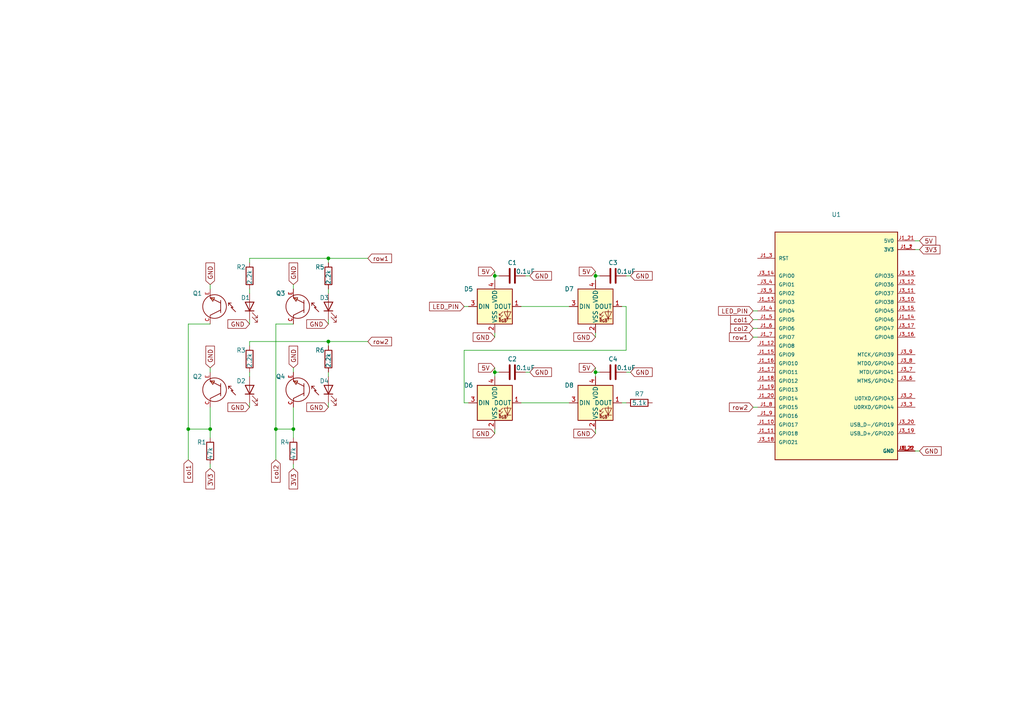
<source format=kicad_sch>
(kicad_sch (version 20211123) (generator eeschema)
  (paper "A4")
  (lib_symbols
    (symbol "Device:C" (pin_numbers hide) (pin_names (offset 0.254))
      (property "Reference" "C" (at 0.635 2.54 0))
      (property "Value" "C" (at 0.635 -2.54 0))
      (symbol "C_0_1"
        (polyline (pts (xy -2.032 -0.762) (xy 2.032 -0.762)) (stroke (width 0.508)))
        (polyline (pts (xy -2.032 0.762) (xy 2.032 0.762)) (stroke (width 0.508)))
      )
      (symbol "C_1_1"
        (pin passive line (at 0 3.81 270) (length 2.794) (name "~") (number "1"))
        (pin passive line (at 0 -3.81 90) (length 2.794) (name "~") (number "2"))
      )
    )
    (symbol "Device:R" (pin_numbers hide) (pin_names (offset 0))
      (property "Reference" "R" (at 2.032 0 90))
      (property "Value" "R" (at 0 0 90))
      (symbol "R_0_1"
        (rectangle (start -1.016 -2.54) (end 1.016 2.54) (stroke (width 0.254)))
      )
      (symbol "R_1_1"
        (pin passive line (at 0 3.81 270) (length 1.27) (name "~") (number "1"))
        (pin passive line (at 0 -3.81 90) (length 1.27) (name "~") (number "2"))
      )
    )
    (symbol "ESP32-S3-DEVKITC-1-N8R2:ESP32-S3-DEVKITC-1-N8R2" (pin_names (offset 1.016))
      (property "Reference" "U" (at -17.78 35.56 0))
      (property "Value" "ESP32-S3-DEVKITC-1-N8R2" (at -17.78 -35.56 0))
      (symbol "ESP32-S3-DEVKITC-1-N8R2_0_0"
        (rectangle (start -17.78 -33.02) (end 17.78 33.02) (stroke (width 0.254)) (fill (type background)))
        (pin power_in line (at 22.86 27.94 180) (length 5.08) (name "3V3") (number "J1_1"))
        (pin bidirectional line (at -22.86 -22.86 0) (length 5.08) (name "GPIO17") (number "J1_10"))
        (pin bidirectional line (at -22.86 -25.4 0) (length 5.08) (name "GPIO18") (number "J1_11"))
        (pin bidirectional line (at -22.86 0 0) (length 5.08) (name "GPIO8") (number "J1_12"))
        (pin bidirectional line (at -22.86 12.7 0) (length 5.08) (name "GPIO3") (number "J1_13"))
        (pin bidirectional line (at 22.86 7.62 180) (length 5.08) (name "GPIO46") (number "J1_14"))
        (pin bidirectional line (at -22.86 -2.54 0) (length 5.08) (name "GPIO9") (number "J1_15"))
        (pin bidirectional line (at -22.86 -5.08 0) (length 5.08) (name "GPIO10") (number "J1_16"))
        (pin bidirectional line (at -22.86 -7.62 0) (length 5.08) (name "GPIO11") (number "J1_17"))
        (pin bidirectional line (at -22.86 -10.16 0) (length 5.08) (name "GPIO12") (number "J1_18"))
        (pin bidirectional line (at -22.86 -12.7 0) (length 5.08) (name "GPIO13") (number "J1_19"))
        (pin power_in line (at 22.86 27.94 180) (length 5.08) (name "3V3") (number "J1_2"))
        (pin bidirectional line (at -22.86 -15.24 0) (length 5.08) (name "GPIO14") (number "J1_20"))
        (pin power_in line (at 22.86 30.48 180) (length 5.08) (name "5V0") (number "J1_21"))
        (pin power_in line (at 22.86 -30.48 180) (length 5.08) (name "GND") (number "J1_22"))
        (pin input line (at -22.86 25.4 0) (length 5.08) (name "RST") (number "J1_3"))
        (pin bidirectional line (at -22.86 10.16 0) (length 5.08) (name "GPIO4") (number "J1_4"))
        (pin bidirectional line (at -22.86 7.62 0) (length 5.08) (name "GPIO5") (number "J1_5"))
        (pin bidirectional line (at -22.86 5.08 0) (length 5.08) (name "GPIO6") (number "J1_6"))
        (pin bidirectional line (at -22.86 2.54 0) (length 5.08) (name "GPIO7") (number "J1_7"))
        (pin bidirectional line (at -22.86 -17.78 0) (length 5.08) (name "GPIO15") (number "J1_8"))
        (pin bidirectional line (at -22.86 -20.32 0) (length 5.08) (name "GPIO16") (number "J1_9"))
        (pin power_in line (at 22.86 -30.48 180) (length 5.08) (name "GND") (number "J3_1"))
        (pin bidirectional line (at 22.86 12.7 180) (length 5.08) (name "GPIO38") (number "J3_10"))
        (pin bidirectional line (at 22.86 15.24 180) (length 5.08) (name "GPIO37") (number "J3_11"))
        (pin bidirectional line (at 22.86 17.78 180) (length 5.08) (name "GPIO36") (number "J3_12"))
        (pin bidirectional line (at 22.86 20.32 180) (length 5.08) (name "GPIO35") (number "J3_13"))
        (pin bidirectional line (at -22.86 20.32 0) (length 5.08) (name "GPIO0") (number "J3_14"))
        (pin bidirectional line (at 22.86 10.16 180) (length 5.08) (name "GPIO45") (number "J3_15"))
        (pin bidirectional line (at 22.86 2.54 180) (length 5.08) (name "GPIO48") (number "J3_16"))
        (pin bidirectional line (at 22.86 5.08 180) (length 5.08) (name "GPIO47") (number "J3_17"))
        (pin bidirectional line (at -22.86 -27.94 0) (length 5.08) (name "GPIO21") (number "J3_18"))
        (pin bidirectional line (at 22.86 -25.4 180) (length 5.08) (name "USB_D+/GPIO20") (number "J3_19"))
        (pin bidirectional line (at 22.86 -15.24 180) (length 5.08) (name "U0TXD/GPIO43") (number "J3_2"))
        (pin bidirectional line (at 22.86 -22.86 180) (length 5.08) (name "USB_D-/GPIO19") (number "J3_20"))
        (pin power_in line (at 22.86 -30.48 180) (length 5.08) (name "GND") (number "J3_21"))
        (pin power_in line (at 22.86 -30.48 180) (length 5.08) (name "GND") (number "J3_22"))
        (pin bidirectional line (at 22.86 -17.78 180) (length 5.08) (name "U0RXD/GPIO44") (number "J3_3"))
        (pin bidirectional line (at -22.86 17.78 0) (length 5.08) (name "GPIO1") (number "J3_4"))
        (pin bidirectional line (at -22.86 15.24 0) (length 5.08) (name "GPIO2") (number "J3_5"))
        (pin bidirectional line (at 22.86 -10.16 180) (length 5.08) (name "MTMS/GPIO42") (number "J3_6"))
        (pin bidirectional line (at 22.86 -7.62 180) (length 5.08) (name "MTDI/GPIO41") (number "J3_7"))
        (pin bidirectional line (at 22.86 -5.08 180) (length 5.08) (name "MTDO/GPIO40") (number "J3_8"))
        (pin bidirectional line (at 22.86 -2.54 180) (length 5.08) (name "MTCK/GPIO39") (number "J3_9"))
      )
    )
    (symbol "LED:SK6805" (pin_names (offset 0.254))
      (property "Reference" "D" (at 5.08 5.715 0))
      (property "Value" "SK6805" (at 1.27 -5.715 0))
      (symbol "SK6805_0_0"
        (text "RGB" (at 2.286 -4.191 0) (effects (font (size 0.762 0.762))))
      )
      (symbol "SK6805_0_1"
        (polyline (pts (xy 1.27 -3.556) (xy 1.778 -3.556)))
        (polyline (pts (xy 1.27 -2.54) (xy 1.778 -2.54)))
        (polyline (pts (xy 4.699 -3.556) (xy 2.667 -3.556)))
        (polyline (pts (xy 2.286 -2.54) (xy 1.27 -3.556) (xy 1.27 -3.048)))
        (polyline (pts (xy 2.286 -1.524) (xy 1.27 -2.54) (xy 1.27 -2.032)))
        (polyline (pts (xy 3.683 -1.016) (xy 3.683 -3.556) (xy 3.683 -4.064)))
        (polyline (pts (xy 4.699 -1.524) (xy 2.667 -1.524) (xy 3.683 -3.556) (xy 4.699 -1.524)))
        (rectangle (start 5.08 5.08) (end -5.08 -5.08) (stroke (width 0.254)) (fill (type background)))
      )
      (symbol "SK6805_1_1"
        (pin output line (at 7.62 0 180) (length 2.54) (name "DOUT") (number "1"))
        (pin power_in line (at 0 -7.62 90) (length 2.54) (name "VSS") (number "2"))
        (pin input line (at -7.62 0 0) (length 2.54) (name "DIN") (number "3"))
        (pin power_in line (at 0 7.62 270) (length 2.54) (name "VDD") (number "4"))
      )
    )
    (symbol "PT12-21C_TR8:IR12-21C" (pin_numbers hide) (pin_names (offset 1.016) hide)
      (property "Reference" "D" (at 0 2.54 0))
      (property "Value" "IR12-21C" (at 0 -2.54 0))
      (symbol "IR12-21C_0_1"
        (polyline (pts (xy -1.27 -1.27) (xy -1.27 1.27)) (stroke (width 0.254)))
        (polyline (pts (xy -1.27 0) (xy 1.27 0)))
        (polyline (pts (xy 1.27 -1.27) (xy 1.27 1.27) (xy -1.27 0) (xy 1.27 -1.27)) (stroke (width 0.254)))
        (polyline (pts (xy -3.048 -0.762) (xy -4.572 -2.286) (xy -3.81 -2.286) (xy -4.572 -2.286) (xy -4.572 -1.524)))
        (polyline (pts (xy -1.778 -0.762) (xy -3.302 -2.286) (xy -2.54 -2.286) (xy -3.302 -2.286) (xy -3.302 -1.524)))
      )
      (symbol "IR12-21C_1_1"
        (pin passive line (at 3.81 0 180) (length 2.54) (name "A") (number "A"))
        (pin passive line (at -3.81 0 0) (length 2.54) (name "K") (number "K"))
      )
    )
    (symbol "PT12-21C_TR8:PT12-21C{slash}TR8" (pin_names (offset 1.016) hide)
      (property "Reference" "Q" (at -10.16 5.08 0))
      (property "Value" "PT12-21C{slash}TR8" (at -10.16 -7.62 0))
      (symbol "PT12-21C{slash}TR8_0_0"
        (polyline (pts (xy -4.826 1.524) (xy -3.556 0.254)) (stroke (width 0.2032)))
        (polyline (pts (xy -4.064 0.254) (xy -2.794 -1.016)) (stroke (width 0.2032)))
        (polyline (pts (xy -3.556 0.254) (xy -4.064 0.254)) (stroke (width 0.2032)))
        (polyline (pts (xy -2.794 -1.016) (xy -3.556 -1.016)) (stroke (width 0.2032)))
        (polyline (pts (xy -2.794 -1.016) (xy -2.794 -0.254)) (stroke (width 0.2032)))
        (polyline (pts (xy -0.508 -1.016) (xy -0.508 -1.778)) (stroke (width 0.2032)))
        (polyline (pts (xy -0.508 1.016) (xy -0.508 -1.016)) (stroke (width 0.2032)))
        (polyline (pts (xy -0.508 1.016) (xy -0.508 1.778)) (stroke (width 0.2032)))
        (polyline (pts (xy 2.54 -2.54) (xy -0.508 -1.016)) (stroke (width 0.2032)))
        (polyline (pts (xy 2.54 2.54) (xy -0.508 1.016)) (stroke (width 0.2032)))
        (polyline (pts (xy 1.778 -1.524) (xy 1.27 -2.54) (xy 2.54 -2.54) (xy 1.778 -1.524)) (stroke (width 0.2032)) (fill (type background)))
        (circle (center 1.27 0) (radius 3.429) (stroke (width 0.2032)))
        (pin passive line (at 2.54 5.08 270) (length 2.54) (name "~") (number "C"))
        (pin passive line (at 2.54 -5.08 90) (length 2.54) (name "~") (number "E"))
      )
    )
  )
  (junction (at 143.51 107.95))
  (junction (at 95.25 74.93))
  (junction (at 172.72 107.95))
  (junction (at 143.51 80.01))
  (junction (at 95.25 99.06))
  (junction (at 60.96 124.46))
  (junction (at 172.72 80.01))
  (junction (at 54.61 124.46))
  (junction (at 80.01 124.46))
  (junction (at 85.09 124.46))
  (wire (pts (xy 54.61 93.98) (xy 54.61 124.46)))
  (wire (pts (xy 172.72 78.74) (xy 172.72 80.01)))
  (wire (pts (xy 265.43 72.39) (xy 266.7 72.39)))
  (wire (pts (xy 181.61 101.6) (xy 134.62 101.6)))
  (wire (pts (xy 143.51 78.74) (xy 143.51 80.01)))
  (wire (pts (xy 72.39 107.95) (xy 72.39 109.22)))
  (wire (pts (xy 143.51 124.46) (xy 143.51 125.73)))
  (wire (pts (xy 134.62 88.9) (xy 135.89 88.9)))
  (wire (pts (xy 172.72 80.01) (xy 172.72 81.28)))
  (wire (pts (xy 72.39 83.82) (xy 72.39 85.09)))
  (wire (pts (xy 60.96 134.62) (xy 60.96 135.89)))
  (wire (pts (xy 85.09 118.11) (xy 85.09 124.46)))
  (wire (pts (xy 60.96 124.46) (xy 60.96 127)))
  (wire (pts (xy 172.72 124.46) (xy 172.72 125.73)))
  (wire (pts (xy 72.39 116.84) (xy 72.39 118.11)))
  (wire (pts (xy 143.51 107.95) (xy 144.78 107.95)))
  (wire (pts (xy 143.51 106.68) (xy 143.51 107.95)))
  (wire (pts (xy 72.39 92.71) (xy 72.39 93.98)))
  (wire (pts (xy 152.4 107.95) (xy 153.67 107.95)))
  (wire (pts (xy 60.96 93.98) (xy 54.61 93.98)))
  (wire (pts (xy 218.44 95.25) (xy 219.71 95.25)))
  (wire (pts (xy 151.13 116.84) (xy 165.1 116.84)))
  (wire (pts (xy 85.09 82.55) (xy 85.09 83.82)))
  (wire (pts (xy 80.01 124.46) (xy 85.09 124.46)))
  (wire (pts (xy 60.96 82.55) (xy 60.96 83.82)))
  (wire (pts (xy 181.61 80.01) (xy 182.88 80.01)))
  (wire (pts (xy 180.34 88.9) (xy 181.61 88.9)))
  (wire (pts (xy 218.44 92.71) (xy 219.71 92.71)))
  (wire (pts (xy 85.09 124.46) (xy 85.09 127)))
  (wire (pts (xy 54.61 124.46) (xy 60.96 124.46)))
  (wire (pts (xy 152.4 80.01) (xy 153.67 80.01)))
  (wire (pts (xy 72.39 74.93) (xy 72.39 76.2)))
  (wire (pts (xy 80.01 93.98) (xy 80.01 124.46)))
  (wire (pts (xy 95.25 107.95) (xy 95.25 109.22)))
  (wire (pts (xy 134.62 101.6) (xy 134.62 116.84)))
  (wire (pts (xy 172.72 106.68) (xy 172.72 107.95)))
  (wire (pts (xy 218.44 90.17) (xy 219.71 90.17)))
  (wire (pts (xy 106.68 74.93) (xy 95.25 74.93)))
  (wire (pts (xy 151.13 88.9) (xy 165.1 88.9)))
  (wire (pts (xy 134.62 116.84) (xy 135.89 116.84)))
  (wire (pts (xy 80.01 133.35) (xy 80.01 124.46)))
  (wire (pts (xy 54.61 133.35) (xy 54.61 124.46)))
  (wire (pts (xy 85.09 106.68) (xy 85.09 107.95)))
  (wire (pts (xy 95.25 83.82) (xy 95.25 85.09)))
  (wire (pts (xy 172.72 96.52) (xy 172.72 97.79)))
  (wire (pts (xy 95.25 99.06) (xy 72.39 99.06)))
  (wire (pts (xy 172.72 80.01) (xy 173.99 80.01)))
  (wire (pts (xy 143.51 107.95) (xy 143.51 109.22)))
  (wire (pts (xy 60.96 106.68) (xy 60.96 107.95)))
  (wire (pts (xy 72.39 99.06) (xy 72.39 100.33)))
  (wire (pts (xy 172.72 107.95) (xy 172.72 109.22)))
  (wire (pts (xy 60.96 118.11) (xy 60.96 124.46)))
  (wire (pts (xy 95.25 92.71) (xy 95.25 93.98)))
  (wire (pts (xy 143.51 96.52) (xy 143.51 97.79)))
  (wire (pts (xy 85.09 134.62) (xy 85.09 135.89)))
  (wire (pts (xy 95.25 116.84) (xy 95.25 118.11)))
  (wire (pts (xy 181.61 107.95) (xy 182.88 107.95)))
  (wire (pts (xy 172.72 107.95) (xy 173.99 107.95)))
  (wire (pts (xy 106.68 99.06) (xy 95.25 99.06)))
  (wire (pts (xy 218.44 118.11) (xy 219.71 118.11)))
  (wire (pts (xy 95.25 99.06) (xy 95.25 100.33)))
  (wire (pts (xy 180.34 116.84) (xy 181.61 116.84)))
  (wire (pts (xy 265.43 69.85) (xy 266.7 69.85)))
  (wire (pts (xy 95.25 74.93) (xy 72.39 74.93)))
  (wire (pts (xy 265.43 130.81) (xy 266.7 130.81)))
  (wire (pts (xy 95.25 74.93) (xy 95.25 76.2)))
  (wire (pts (xy 85.09 93.98) (xy 80.01 93.98)))
  (wire (pts (xy 218.44 97.79) (xy 219.71 97.79)))
  (wire (pts (xy 143.51 80.01) (xy 144.78 80.01)))
  (wire (pts (xy 143.51 80.01) (xy 143.51 81.28)))
  (wire (pts (xy 181.61 88.9) (xy 181.61 101.6)))
  (global_label "LED_PIN" (shape input) (at 134.62 88.9 180) (property "Intersheet References" "${INTERSHEET_REFS}" (effects hide)))
  (global_label "GND" (shape input) (at 85.09 106.68 90) (property "Intersheet References" "${INTERSHEET_REFS}" (effects hide)))
  (global_label "5V" (shape input) (at 172.72 78.74 180) (property "Intersheet References" "${INTERSHEET_REFS}" (effects hide)))
  (global_label "GND" (shape input) (at 172.72 97.79 180) (property "Intersheet References" "${INTERSHEET_REFS}" (effects hide)))
  (global_label "GND" (shape input) (at 172.72 125.73 180) (property "Intersheet References" "${INTERSHEET_REFS}" (effects hide)))
  (global_label "GND" (shape input) (at 60.96 82.55 90) (property "Intersheet References" "${INTERSHEET_REFS}" (effects hide)))
  (global_label "GND" (shape input) (at 95.25 93.98 180) (property "Intersheet References" "${INTERSHEET_REFS}" (effects hide)))
  (global_label "GND" (shape input) (at 182.88 80.01 0) (property "Intersheet References" "${INTERSHEET_REFS}" (effects hide)))
  (global_label "GND" (shape input) (at 182.88 107.95 0) (property "Intersheet References" "${INTERSHEET_REFS}" (effects hide)))
  (global_label "row2" (shape input) (at 106.68 99.06 0) (property "Intersheet References" "${INTERSHEET_REFS}" (effects hide)))
  (global_label "GND" (shape input) (at 143.51 125.73 180) (property "Intersheet References" "${INTERSHEET_REFS}" (effects hide)))
  (global_label "row2" (shape input) (at 218.44 118.11 180) (property "Intersheet References" "${INTERSHEET_REFS}" (effects hide)))
  (global_label "GND" (shape input) (at 95.25 118.11 180) (property "Intersheet References" "${INTERSHEET_REFS}" (effects hide)))
  (global_label "GND" (shape input) (at 60.96 106.68 90) (property "Intersheet References" "${INTERSHEET_REFS}" (effects hide)))
  (global_label "row1" (shape input) (at 218.44 97.79 180) (property "Intersheet References" "${INTERSHEET_REFS}" (effects hide)))
  (global_label "col1" (shape input) (at 218.44 92.71 180) (property "Intersheet References" "${INTERSHEET_REFS}" (effects hide)))
  (global_label "5V" (shape input) (at 266.7 69.85 0) (property "Intersheet References" "${INTERSHEET_REFS}" (effects hide)))
  (global_label "GND" (shape input) (at 72.39 93.98 180) (property "Intersheet References" "${INTERSHEET_REFS}" (effects hide)))
  (global_label "col2" (shape input) (at 80.01 133.35 270) (property "Intersheet References" "${INTERSHEET_REFS}" (effects hide)))
  (global_label "GND" (shape input) (at 85.09 82.55 90) (property "Intersheet References" "${INTERSHEET_REFS}" (effects hide)))
  (global_label "LED_PIN" (shape input) (at 218.44 90.17 180) (property "Intersheet References" "${INTERSHEET_REFS}" (effects hide)))
  (global_label "5V" (shape input) (at 143.51 78.74 180) (property "Intersheet References" "${INTERSHEET_REFS}" (effects hide)))
  (global_label "GND" (shape input) (at 153.67 107.95 0) (property "Intersheet References" "${INTERSHEET_REFS}" (effects hide)))
  (global_label "row1" (shape input) (at 106.68 74.93 0) (property "Intersheet References" "${INTERSHEET_REFS}" (effects hide)))
  (global_label "5V" (shape input) (at 143.51 106.68 180) (property "Intersheet References" "${INTERSHEET_REFS}" (effects hide)))
  (global_label "GND" (shape input) (at 266.7 130.81 0) (property "Intersheet References" "${INTERSHEET_REFS}" (effects hide)))
  (global_label "GND" (shape input) (at 143.51 97.79 180) (property "Intersheet References" "${INTERSHEET_REFS}" (effects hide)))
  (global_label "GND" (shape input) (at 153.67 80.01 0) (property "Intersheet References" "${INTERSHEET_REFS}" (effects hide)))
  (global_label "3V3" (shape input) (at 85.09 135.89 270) (property "Intersheet References" "${INTERSHEET_REFS}" (effects hide)))
  (global_label "3V3" (shape input) (at 266.7 72.39 0) (property "Intersheet References" "${INTERSHEET_REFS}" (effects hide)))
  (global_label "5V" (shape input) (at 172.72 106.68 180) (property "Intersheet References" "${INTERSHEET_REFS}" (effects hide)))
  (global_label "col2" (shape input) (at 218.44 95.25 180) (property "Intersheet References" "${INTERSHEET_REFS}" (effects hide)))
  (global_label "col1" (shape input) (at 54.61 133.35 270) (property "Intersheet References" "${INTERSHEET_REFS}" (effects hide)))
  (global_label "3V3" (shape input) (at 60.96 135.89 270) (property "Intersheet References" "${INTERSHEET_REFS}" (effects hide)))
  (global_label "GND" (shape input) (at 72.39 118.11 180) (property "Intersheet References" "${INTERSHEET_REFS}" (effects hide)))
  (symbol (lib_id "LED:SK6805") (at 172.72 116.84 0) (unit 1)
    (property "Reference" "D8" (at 165.1 111.76 0))
    (property "Value" "SK6805" (effects hide))
    (property "Footprint" "LED_SMD:LED_SK6805_PLCC4_2.4x2.7mm_P1.3mm" (effects hide))
    (property "Datasheet" "https://cdn-shop.adafruit.com/product-files/3484/3484_Datasheet.pdf" (effects hide))
  )
  (symbol (lib_id "LED:SK6805") (at 143.51 116.84 0) (unit 1)
    (property "Reference" "D6" (at 135.89 111.76 0))
    (property "Value" "SK6805" (effects hide))
    (property "Footprint" "LED_SMD:LED_SK6805_PLCC4_2.4x2.7mm_P1.3mm" (effects hide))
    (property "Datasheet" "https://cdn-shop.adafruit.com/product-files/3484/3484_Datasheet.pdf" (effects hide))
  )
  (symbol (lib_id "PT12-21C_TR8:PT12-21C{slash}TR8") (at 63.5 113.03 180) (unit 1)
    (property "Reference" "Q2" (at 55.88 109.22 0) (effects (justify right)))
    (property "Value" "PT12-21C/TR8" (effects hide))
    (property "Footprint" "kicad-parts:TRANS_PT12-21C_TR8" (effects hide))
    (property "STANDARD" "Manufacturer Recommendations" (effects hide))
    (property "PARTREV" "4" (effects hide))
    (property "MF" "Everlight Electronics" (effects hide))
  )
  (symbol (lib_id "LED:SK6805") (at 143.51 88.9 0) (unit 1)
    (property "Reference" "D5" (at 135.89 83.82 0))
    (property "Value" "SK6805" (effects hide))
    (property "Footprint" "LED_SMD:LED_SK6805_PLCC4_2.4x2.7mm_P1.3mm" (effects hide))
    (property "Datasheet" "https://cdn-shop.adafruit.com/product-files/3484/3484_Datasheet.pdf" (effects hide))
  )
  (symbol (lib_id "Device:C") (at 148.59 80.01 90) (unit 1)
    (property "Reference" "C1" (at 148.59 76.2 90))
    (property "Value" "0.1uF" (at 152.4 78.74 90))
    (property "Footprint" "Capacitor_SMD:C_0603_1608Metric" (effects hide))
  )
  (symbol (lib_id "Device:R") (at 95.25 104.14 0) (unit 1)
    (property "Reference" "R6" (at 91.44 101.6 0) (effects (justify left)))
    (property "Value" "2.2k" (at 95.25 106.68 90) (effects (justify left)))
    (property "Footprint" "Resistor_SMD:R_0603_1608Metric" (effects hide))
  )
  (symbol (lib_id "LED:SK6805") (at 172.72 88.9 0) (unit 1)
    (property "Reference" "D7" (at 165.1 83.82 0))
    (property "Value" "SK6805" (effects hide))
    (property "Footprint" "LED_SMD:LED_SK6805_PLCC4_2.4x2.7mm_P1.3mm" (effects hide))
    (property "Datasheet" "https://cdn-shop.adafruit.com/product-files/3484/3484_Datasheet.pdf" (effects hide))
  )
  (symbol (lib_id "Device:R") (at 85.09 130.81 0) (unit 1)
    (property "Reference" "R4" (at 81.28 128.27 0) (effects (justify left)))
    (property "Value" "47k" (at 85.09 133.35 90) (effects (justify left)))
    (property "Footprint" "Resistor_SMD:R_0603_1608Metric" (effects hide))
  )
  (symbol (lib_id "PT12-21C_TR8:PT12-21C{slash}TR8") (at 63.5 88.9 180) (unit 1)
    (property "Reference" "Q1" (at 55.88 85.09 0) (effects (justify right)))
    (property "Value" "PT12-21C/TR8" (effects hide))
    (property "Footprint" "kicad-parts:TRANS_PT12-21C_TR8" (effects hide))
    (property "STANDARD" "Manufacturer Recommendations" (effects hide))
    (property "PARTREV" "4" (effects hide))
    (property "MF" "Everlight Electronics" (effects hide))
  )
  (symbol (lib_id "Device:R") (at 72.39 80.01 0) (unit 1)
    (property "Reference" "R2" (at 68.58 77.47 0) (effects (justify left)))
    (property "Value" "2.2k" (at 72.39 82.55 90) (effects (justify left)))
    (property "Footprint" "Resistor_SMD:R_0603_1608Metric" (effects hide))
  )
  (symbol (lib_id "PT12-21C_TR8:PT12-21C{slash}TR8") (at 87.63 88.9 180) (unit 1)
    (property "Reference" "Q3" (at 80.01 85.09 0) (effects (justify right)))
    (property "Value" "PT12-21C/TR8" (effects hide))
    (property "Footprint" "kicad-parts:TRANS_PT12-21C_TR8" (effects hide))
    (property "STANDARD" "Manufacturer Recommendations" (effects hide))
    (property "PARTREV" "4" (effects hide))
    (property "MF" "Everlight Electronics" (effects hide))
  )
  (symbol (lib_id "Device:R") (at 72.39 104.14 0) (unit 1)
    (property "Reference" "R3" (at 68.58 101.6 0) (effects (justify left)))
    (property "Value" "2.2k" (at 72.39 106.68 90) (effects (justify left)))
    (property "Footprint" "Resistor_SMD:R_0603_1608Metric" (effects hide))
  )
  (symbol (lib_id "Device:C") (at 177.8 107.95 90) (unit 1)
    (property "Reference" "C4" (at 177.8 104.14 90))
    (property "Value" "0.1uF" (at 181.61 106.68 90))
    (property "Footprint" "Capacitor_SMD:C_0603_1608Metric" (effects hide))
  )
  (symbol (lib_id "Device:R") (at 95.25 80.01 0) (unit 1)
    (property "Reference" "R5" (at 91.44 77.47 0) (effects (justify left)))
    (property "Value" "2.2k" (at 95.25 82.55 90) (effects (justify left)))
    (property "Footprint" "Resistor_SMD:R_0603_1608Metric" (effects hide))
  )
  (symbol (lib_id "PT12-21C_TR8:IR12-21C") (at 72.39 113.03 90) (unit 1)
    (property "Reference" "D2" (at 68.58 110.49 90) (effects (justify right)))
    (property "Value" "IR12-21C" (effects hide))
    (property "Footprint" "kicad-parts:LED_IR12-21C_TR8" (effects hide))
  )
  (symbol (lib_id "PT12-21C_TR8:IR12-21C") (at 72.39 88.9 90) (unit 1)
    (property "Reference" "D1" (at 69.85 86.36 90) (effects (justify right)))
    (property "Value" "IR12-21C" (effects hide))
    (property "Footprint" "kicad-parts:LED_IR12-21C_TR8" (effects hide))
  )
  (symbol (lib_id "Device:C") (at 148.59 107.95 90) (unit 1)
    (property "Reference" "C2" (at 148.59 104.14 90))
    (property "Value" "0.1uF" (at 152.4 106.68 90))
    (property "Footprint" "Capacitor_SMD:C_0603_1608Metric" (effects hide))
  )
  (symbol (lib_id "Device:R") (at 60.96 130.81 0) (unit 1)
    (property "Reference" "R1" (at 57.15 128.27 0) (effects (justify left)))
    (property "Value" "47k" (at 60.96 133.35 90) (effects (justify left)))
    (property "Footprint" "Resistor_SMD:R_0603_1608Metric" (effects hide))
  )
  (symbol (lib_id "PT12-21C_TR8:PT12-21C{slash}TR8") (at 87.63 113.03 180) (unit 1)
    (property "Reference" "Q4" (at 80.01 109.22 0) (effects (justify right)))
    (property "Value" "PT12-21C/TR8" (effects hide))
    (property "Footprint" "kicad-parts:TRANS_PT12-21C_TR8" (effects hide))
    (property "STANDARD" "Manufacturer Recommendations" (effects hide))
    (property "PARTREV" "4" (effects hide))
    (property "MF" "Everlight Electronics" (effects hide))
  )
  (symbol (lib_id "PT12-21C_TR8:IR12-21C") (at 95.25 113.03 90) (unit 1)
    (property "Reference" "D4" (at 92.71 110.49 90) (effects (justify right)))
    (property "Value" "IR12-21C" (effects hide))
    (property "Footprint" "kicad-parts:LED_IR12-21C_TR8" (effects hide))
  )
  (symbol (lib_id "Device:C") (at 177.8 80.01 90) (unit 1)
    (property "Reference" "C3" (at 177.8 76.2 90))
    (property "Value" "0.1uF" (at 181.61 78.74 90))
    (property "Footprint" "Capacitor_SMD:C_0603_1608Metric" (effects hide))
  )
  (symbol (lib_id "Device:R") (at 185.42 116.84 90) (unit 1)
    (property "Reference" "R7" (at 185.42 114.3 90))
    (property "Value" "5.1k" (at 185.42 116.84 90))
    (property "Footprint" "Resistor_SMD:R_0603_1608Metric" (effects hide))
  )
  (symbol (lib_id "PT12-21C_TR8:IR12-21C") (at 95.25 88.9 90) (unit 1)
    (property "Reference" "D3" (at 92.71 86.36 90) (effects (justify right)))
    (property "Value" "IR12-21C" (effects hide))
    (property "Footprint" "kicad-parts:LED_IR12-21C_TR8" (effects hide))
  )
  (symbol (lib_id "ESP32-S3-DEVKITC-1-N8R2:ESP32-S3-DEVKITC-1-N8R2") (at 242.57 100.33 0) (unit 1)
    (property "Reference" "U1" (at 242.57 62.23 0))
    (property "Value" "ESP32-S3-DEVKITC-1-N8R2" (effects hide))
    (property "Footprint" "XCVR_ESP32-S3-DEVKITC-1-N8R2" (effects hide))
    (property "STANDARD" "Manufacturer Recommendations" (effects hide))
    (property "MANUFACTURER" "Espressif" (effects hide))
    (property "PARTREV" "V1" (effects hide))
  )
)
</source>
